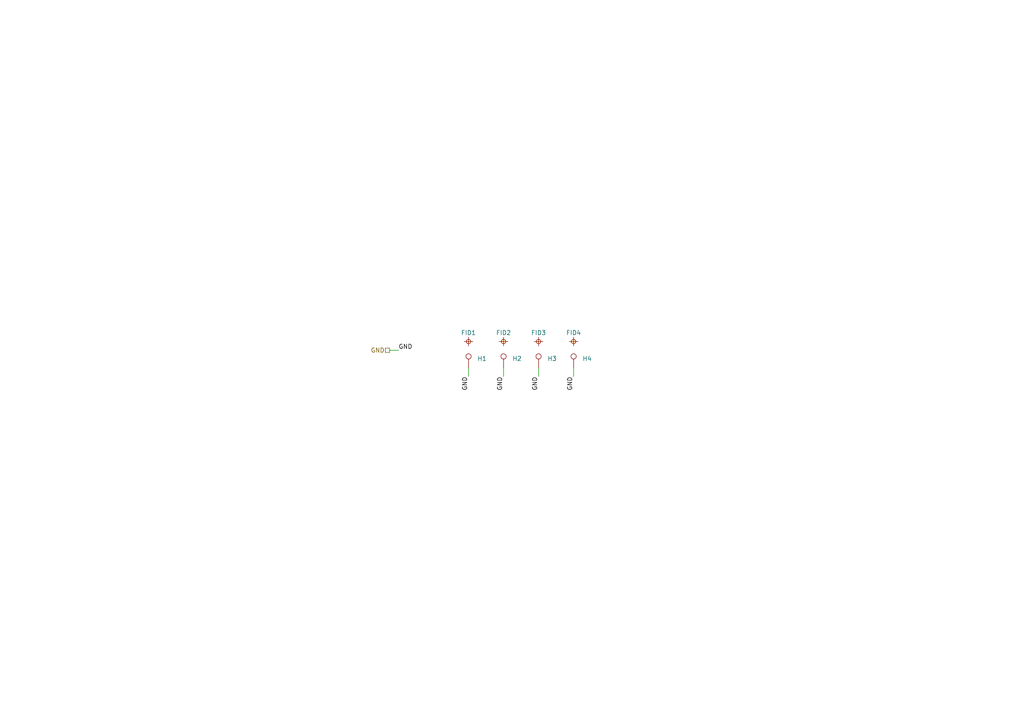
<source format=kicad_sch>
(kicad_sch (version 20230121) (generator eeschema)
  (paper "A4")
  (title_block (title "stepper_driver") (date "2023-05-04") (rev "2.0") (company "Howard Hughes Medical Institute"))
  (lib_symbols
    (symbol "Janelia:FIDUCIAL_0.5mm_MASK1mm" (pin_numbers hide) (pin_names (offset 0.762) hide) (in_bom no)
      (property "Reference" "FID" (at 0 2.286 0))
      (symbol "FIDUCIAL_0.5mm_MASK1mm_0_1"
        (polyline (pts (xy -1.27 0) (xy 1.27 0) (xy 1.27 0)))
        (polyline (pts (xy 0 1.27) (xy 0 -1.27) (xy 0 -1.27)))
        (circle (center 0 0) (radius 0.635) (fill (type background)))
      )
    )
    (symbol "Janelia:MOUNTING_HOLE_3" (pin_numbers hide) (pin_names (offset 0.762) hide) (in_bom no)
      (property "Reference" "H" (at 0 5.08 0))
      (symbol "MOUNTING_HOLE_3_0_1"
        (circle (center 0 3.302) (radius 0.762))
      )
      (symbol "MOUNTING_HOLE_3_1_1"
        (pin passive line (at 0 0 90) (length 2.54) (name "1") (number "1"))
      )
    )
  )
  (wire (pts (xy 113.03 101.6) (xy 115.57 101.6)))
  (wire (pts (xy 146.05 106.68) (xy 146.05 109.22)))
  (wire (pts (xy 135.89 106.68) (xy 135.89 109.22)))
  (wire (pts (xy 156.21 106.68) (xy 156.21 109.22)))
  (wire (pts (xy 166.37 106.68) (xy 166.37 109.22)))
  (label "GND" (at 166.37 109.22 270))
  (label "GND" (at 146.05 109.22 270))
  (label "GND" (at 115.57 101.6 0))
  (label "GND" (at 156.21 109.22 270))
  (label "GND" (at 135.89 109.22 270))
  (hierarchical_label "GND" (shape passive) (at 113.03 101.6 180))
  (symbol (lib_id "Janelia:MOUNTING_HOLE_3") (at 135.89 106.68 0) (unit 1) (in_bom no)
    (property "Reference" "H1" (at 138.43 104.013 0) (effects (justify left)))
    (property "Value" "MOUNTING_HOLE_3" (effects hide))
    (property "Footprint" "Janelia:MOUNTING_HOLE_3" (effects hide))
    (property "Sim.Enable" "0" (effects hide))
  )
  (symbol (lib_id "Janelia:FIDUCIAL_0.5mm_MASK1mm") (at 166.37 99.06 0) (unit 1) (in_bom no)
    (property "Reference" "FID4" (at 166.37 96.52 0))
    (property "Value" "FIDUCIAL_0.5mm_MASK1mm" (effects hide))
    (property "Footprint" "Janelia:FIDUCIAL_0.5mm_Mask1mm" (effects hide))
  )
  (symbol (lib_id "Janelia:MOUNTING_HOLE_3") (at 146.05 106.68 0) (unit 1) (in_bom no)
    (property "Reference" "H2" (at 148.59 104.013 0) (effects (justify left)))
    (property "Value" "MOUNTING_HOLE_3" (effects hide))
    (property "Footprint" "Janelia:MOUNTING_HOLE_3" (effects hide))
    (property "Sim.Enable" "0" (effects hide))
  )
  (symbol (lib_id "Janelia:MOUNTING_HOLE_3") (at 156.21 106.68 0) (unit 1) (in_bom no)
    (property "Reference" "H3" (at 158.75 104.013 0) (effects (justify left)))
    (property "Value" "MOUNTING_HOLE_3" (effects hide))
    (property "Footprint" "Janelia:MOUNTING_HOLE_3" (effects hide))
    (property "Sim.Enable" "0" (effects hide))
  )
  (symbol (lib_id "Janelia:FIDUCIAL_0.5mm_MASK1mm") (at 146.05 99.06 0) (unit 1) (in_bom no)
    (property "Reference" "FID2" (at 146.05 96.52 0))
    (property "Value" "FIDUCIAL_0.5mm_MASK1mm" (effects hide))
    (property "Footprint" "Janelia:FIDUCIAL_0.5mm_Mask1mm" (effects hide))
  )
  (symbol (lib_id "Janelia:FIDUCIAL_0.5mm_MASK1mm") (at 135.89 99.06 0) (unit 1) (in_bom no)
    (property "Reference" "FID1" (at 135.89 96.52 0))
    (property "Value" "FIDUCIAL_0.5mm_MASK1mm" (effects hide))
    (property "Footprint" "Janelia:FIDUCIAL_0.5mm_Mask1mm" (effects hide))
  )
  (symbol (lib_id "Janelia:FIDUCIAL_0.5mm_MASK1mm") (at 156.21 99.06 0) (unit 1) (in_bom no)
    (property "Reference" "FID3" (at 156.21 96.52 0))
    (property "Value" "FIDUCIAL_0.5mm_MASK1mm" (effects hide))
    (property "Footprint" "Janelia:FIDUCIAL_0.5mm_Mask1mm" (effects hide))
  )
  (symbol (lib_id "Janelia:MOUNTING_HOLE_3") (at 166.37 106.68 0) (unit 1) (in_bom no)
    (property "Reference" "H4" (at 168.91 104.013 0) (effects (justify left)))
    (property "Value" "MOUNTING_HOLE_3" (effects hide))
    (property "Footprint" "Janelia:MOUNTING_HOLE_3" (effects hide))
    (property "Sim.Enable" "0" (effects hide))
  )
)
</source>
